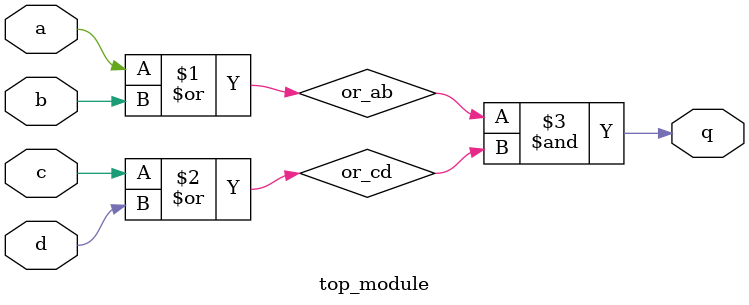
<source format=sv>
module top_module (
	input a, 
	input b, 
	input c, 
	input d,
	output q
);
    wire or_ab, or_cd;
    
    assign or_ab = a | b;
    assign or_cd = c | d;
    assign q = or_ab & or_cd;
    
endmodule

</source>
